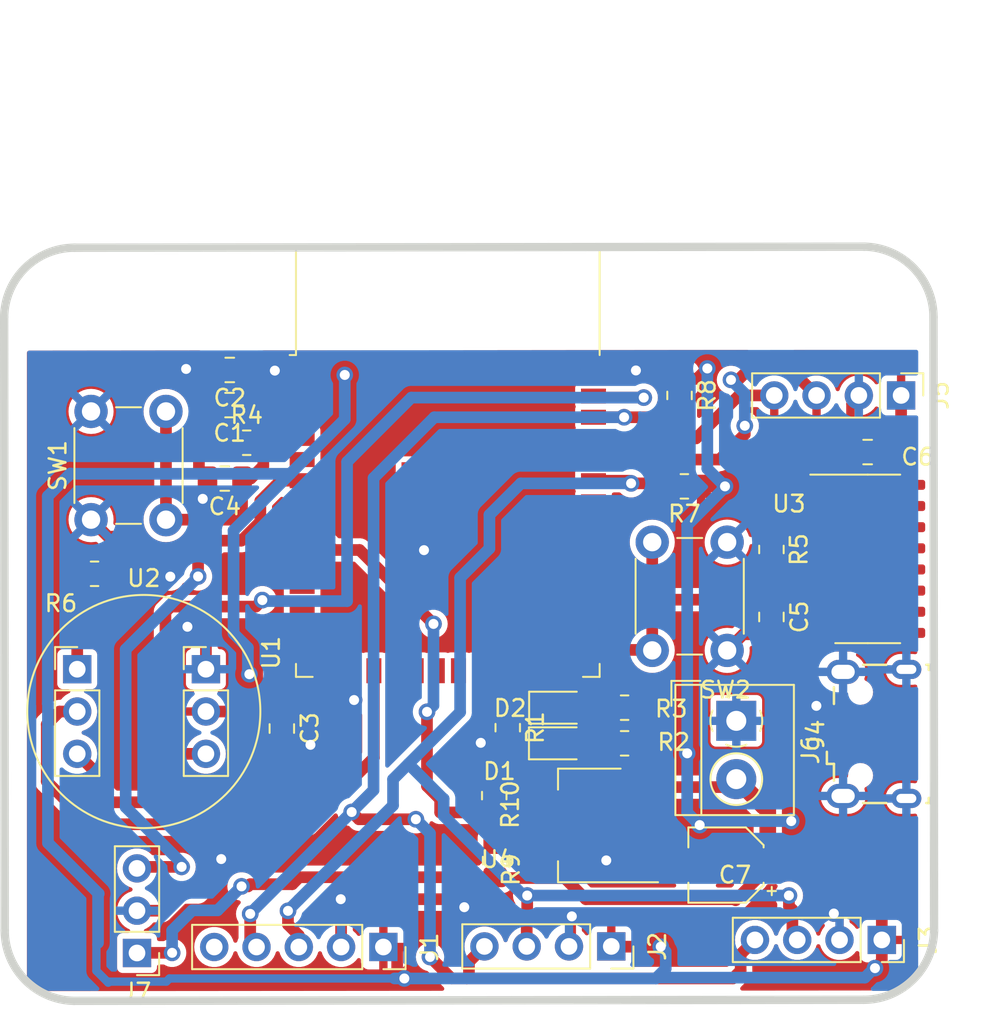
<source format=kicad_pcb>
(kicad_pcb (version 20221018) (generator pcbnew)
  (title_block (title "Smarthome Monitoring Multimodule Prototype") (date "2023-04-01") (rev "0"))
  (layers (0 "F.Cu" signal) (31 "B.Cu" signal) (34 "B.Paste" user) (35 "F.Paste" user) (36 "B.SilkS" user "B.Silkscreen") (37 "F.SilkS" user "F.Silkscreen") (38 "B.Mask" user) (39 "F.Mask" user) (44 "Edge.Cuts" user))
  (net 0 "")
  (net 1 "VDD")
  (net 2 "GND")
  (net 3 "RST")
  (net 4 "PROG")
  (net 5 "VCC")
  (net 6 "Net-(D1-A)")
  (net 7 "LED")
  (net 8 "Net-(D2-A)")
  (net 9 "I2C_SDA")
  (net 10 "I2C_SCL")
  (net 12 "Net-(J4-D-)")
  (net 13 "Net-(J4-D+)")
  (net 15 "RX0")
  (net 16 "TX0")
  (net 17 "CO2")
  (net 18 "Net-(U1-IO15)")
  (net 19 "Net-(U2-LRC)")
  (net 20 "VBAT")
  (net 28 "MIC_SCK")
  (net 30 "MIC_WS")
  (net 44 "MIC_DATA")
  (footprint "Capacitor_SMD:C_0805_2012Metric_Pad1.18x1.45mm_HandSolder" (layer "F.Cu") (at 168.59 98.61)
    (fp_text reference "C6")
    (fp_text value "100nF")
  )
  (footprint "Capacitor_SMD:C_0805_2012Metric_Pad1.18x1.45mm_HandSolder" (layer "F.Cu") (at 133.4 115.2125 -90)
    (fp_text reference "C3")
    (fp_text value "100nF")
  )
  (footprint "Connector_USB:USB_Micro-B_Wuerth_629105150521" (layer "F.Cu") (at 168.965 115.535 90)
    (fp_text reference "J4")
    (fp_text value "USB_B_Micro")
  )
  (footprint "Package_SO:SOIC-16_3.9x9.9mm_P1.27mm" (layer "F.Cu") (at 168.595 105.025)
    (fp_text reference "U3")
    (fp_text value "CH340C")
  )
  (footprint "LED_SMD:LED_0805_2012Metric_Pad1.15x1.40mm_HandSolder" (layer "F.Cu") (at 150.115 113.96)
    (fp_text reference "D2")
    (fp_text value "LED")
  )
  (footprint "INMP441:INMP441" (layer "F.Cu") (at 125.11 114.19)
    (fp_text reference "U2")
    (fp_text value "INMP441")
  )
  (footprint "Capacitor_SMD:C_0805_2012Metric_Pad1.18x1.45mm_HandSolder" (layer "F.Cu") (at 162.81 108.5125 -90)
    (fp_text reference "C5")
    (fp_text value "100nF")
  )
  (footprint "Connector_PinSocket_2.54mm:PinSocket_1x05_P2.54mm_Vertical" (layer "F.Cu") (at 139.5 128.33 -90)
    (fp_text reference "J1")
    (fp_text value "Lux")
  )
  (footprint "Capacitor_SMD:CP_Elec_4x5.8" (layer "F.Cu") (at 160.08 123.41 180)
    (fp_text reference "C7")
    (fp_text value "100uF")
  )
  (footprint "Resistor_SMD:R_0805_2012Metric_Pad1.20x1.40mm_HandSolder" (layer "F.Cu") (at 153.99 113.96 180)
    (fp_text reference "R3")
    (fp_text value "220")
  )
  (footprint "Resistor_SMD:R_0805_2012Metric_Pad1.20x1.40mm_HandSolder" (layer "F.Cu") (at 131.29 98.05)
    (fp_text reference "R4")
    (fp_text value "R")
  )
  (footprint "LED_SMD:LED_0805_2012Metric_Pad1.15x1.40mm_HandSolder" (layer "F.Cu") (at 150.105 116.1)
    (fp_text reference "D1")
    (fp_text value "LED")
  )
  (footprint "Connector_PinSocket_2.54mm:PinSocket_1x04_P2.54mm_Vertical" (layer "F.Cu") (at 153.19 128.295 -90)
    (fp_text reference "J2")
    (fp_text value "Temp/Hump")
  )
  (footprint "Resistor_SMD:R_0805_2012Metric_Pad1.20x1.40mm_HandSolder" (layer "F.Cu") (at 146.97 115.16 -90)
    (fp_text reference "R1")
    (fp_text value "0")
  )
  (footprint "Resistor_SMD:R_0805_2012Metric_Pad1.20x1.40mm_HandSolder" (layer "F.Cu") (at 157.29 95.21 -90)
    (fp_text reference "R8")
    (fp_text value "10K")
  )
  (footprint "Capacitor_SMD:C_0805_2012Metric_Pad1.18x1.45mm_HandSolder" (layer "F.Cu") (at 130.2725 93.68 180)
    (fp_text reference "C2")
    (fp_text value "100nF")
  )
  (footprint "Connector_PinHeader_2.54mm:PinHeader_1x04_P2.54mm_Vertical" (layer "F.Cu") (at 170.6 95.21 -90)
    (fp_text reference "J5")
    (fp_text value "UART")
  )
  (footprint "Capacitor_SMD:C_0805_2012Metric_Pad1.18x1.45mm_HandSolder" (layer "F.Cu") (at 129.9725 100.2 180)
    (fp_text reference "C4")
    (fp_text value "100nF")
  )
  (footprint "Package_TO_SOT_SMD:SOT-223-3_TabPin2" (layer "F.Cu") (at 151.9 121.03 180)
    (fp_text reference "U4")
    (fp_text value "AMS1117-3.3")
  )
  (footprint "Connector_PinSocket_2.54mm:PinSocket_1x04_P2.54mm_Vertical" (layer "F.Cu") (at 169.44 127.905 -90)
    (fp_text reference "J3")
    (fp_text value "LCDA")
  )
  (footprint "Button_Switch_THT:SW_PUSH_6mm" (layer "F.Cu") (at 121.94 102.67 90)
    (fp_text reference "SW1")
    (fp_text value "SW_Push")
  )
  (footprint "Resistor_SMD:R_0805_2012Metric_Pad1.20x1.40mm_HandSolder" (layer "F.Cu") (at 122.15 105.92)
    (fp_text reference "R6")
    (fp_text value "0")
  )
  (footprint "Capacitor_SMD:C_0805_2012Metric_Pad1.18x1.45mm_HandSolder" (layer "F.Cu") (at 130.2625 95.79 180)
    (fp_text reference "C1")
    (fp_text value "1uF")
  )
  (footprint "Button_Switch_THT:SW_PUSH_6mm" (layer "F.Cu") (at 160.15 104.02 -90)
    (fp_text reference "SW2")
    (fp_text value "SW_Push")
  )
  (footprint "Resistor_SMD:R_0805_2012Metric_Pad1.20x1.40mm_HandSolder" (layer "F.Cu") (at 162.81 104.46 -90)
    (fp_text reference "R5")
    (fp_text value "R")
  )
  (footprint "Resistor_SMD:R_0805_2012Metric_Pad1.20x1.40mm_HandSolder" (layer "F.Cu") (at 146.21 123.14 90)
    (fp_text reference "R9")
    (fp_text value "330")
  )
  (footprint "Connector_PinHeader_2.54mm:PinHeader_1x03_P2.54mm_Vertical" (layer "F.Cu") (at 124.7 128.69 180)
    (fp_text reference "J7")
    (fp_text value "CO2")
  )
  (footprint "RF_Module:ESP32-WROOM-32" (layer "F.Cu") (at 143.37 102.23)
    (fp_text reference "U1")
    (fp_text value "ESP32-WROOM-32")
  )
  (footprint "Resistor_SMD:R_0805_2012Metric_Pad1.20x1.40mm_HandSolder" (layer "F.Cu") (at 157.58 100.67 180)
    (fp_text reference "R7")
    (fp_text value "10K")
  )
  (footprint "Resistor_SMD:R_0805_2012Metric_Pad1.20x1.40mm_HandSolder" (layer "F.Cu") (at 146.16 119.24 90)
    (fp_text reference "R10")
    (fp_text value "100")
  )
  (footprint "TerminalBlock_4Ucon:TerminalBlock_4Ucon_1x02_P3.50mm_Horizontal" (layer "F.Cu") (at 160.7 114.75 -90)
    (fp_text reference "J6")
    (fp_text value "BATT")
  )
  (footprint "Resistor_SMD:R_0805_2012Metric_Pad1.20x1.40mm_HandSolder" (layer "F.Cu") (at 153.99 116.1 180)
    (fp_text reference "R2")
    (fp_text value "220")
  )
  (gr_arc (start 172.579421 127.33999) (mid 171.316213 130.285705) (end 168.35 131.5) (stroke (width 0.5)) (layer "Edge.Cuts"))
  (gr_arc (start 168.384285 86.276792) (mid 171.33 87.54) (end 172.544295 90.506213) (stroke (width 0.5)) (layer "Edge.Cuts"))
  (gr_line (start 116.755705 127.333787) (end 116.720579 90.50001) (stroke (width 0.5)) (layer "Edge.Cuts"))
  (gr_arc (start 120.915715 131.563208) (mid 117.97 130.3) (end 116.755705 127.333787) (stroke (width 0.5)) (layer "Edge.Cuts"))
  (gr_arc (start 116.720579 90.50001) (mid 117.983787 87.554295) (end 120.95 86.34) (stroke (width 0.5)) (layer "Edge.Cuts"))
  (gr_line (start 172.579421 127.33999) (end 172.544295 90.506213) (stroke (width 0.5)) (layer "Edge.Cuts"))
  (gr_line (start 168.384285 86.276792) (end 120.95 86.34) (stroke (width 0.5)) (layer "Edge.Cuts"))
  (gr_line (start 120.915715 131.563208) (end 168.35 131.5) (stroke (width 0.5)) (layer "Edge.Cuts"))
  (segment (start 131.3 95.99) (end 130.29 97) (width 0.7) (layer "F.Cu") (net 1))
  (segment (start 131.31 95.78) (end 131.3 95.79) (width 0.7) (layer "F.Cu") (net 1))
  (segment (start 157.15 116.1) (end 157.75 116.7) (width 0.7) (layer "F.Cu") (net 1))
  (segment (start 167.9 104.39) (end 168.93 103.36) (width 0.5) (layer "F.Cu") (net 1))
  (segment (start 135.91 95.25) (end 137.18 93.98) (width 0.7) (layer "F.Cu") (net 1))
  (segment (start 140.33 129.79) (end 140.76 130.22) (width 0.7) (layer "F.Cu") (net 1))
  (segment (start 162.81 102.86) (end 162.81 103.46) (width 0.7) (layer "F.Cu") (net 1))
  (segment (start 158.34 94.21) (end 158.96 93.59) (width 0.7) (layer "F.Cu") (net 1))
  (segment (start 164.77 104.39) (end 164.31 103.93) (width 0.5) (layer "F.Cu") (net 1))
  (segment (start 153.205 128.31) (end 153.19 128.295) (width 0.7) (layer "F.Cu") (net 1))
  (segment (start 164.31 103.57) (end 162.92 103.57) (width 0.5) (layer "F.Cu") (net 1))
  (segment (start 131.3 95.79) (end 131.3 95.99) (width 0.7) (layer "F.Cu") (net 1))
  (segment (start 166.12 104.39) (end 167.9 104.39) (width 0.5) (layer "F.Cu") (net 1))
  (segment (start 130.29 97) (end 130.29 98.05) (width 0.7) (layer "F.Cu") (net 1))
  (segment (start 134.62 95.25) (end 131.84 95.25) (width 0.7) (layer "F.Cu") (net 1))
  (segment (start 165.04 121.56) (end 164.25 120.77) (width 0.7) (layer "F.Cu") (net 1))
  (segment (start 154.99 113.96) (end 154.99 116.1) (width 0.7) (layer "F.Cu") (net 1))
  (segment (start 131.27 114.19) (end 133.385 114.19) (width 0.7) (layer "F.Cu") (net 1))
  (segment (start 131.45 111.95) (end 131.45 114.01) (width 0.7) (layer "F.Cu") (net 1))
  (segment (start 160.62 100.67) (end 162.81 102.86) (width 0.7) (layer "F.Cu") (net 1))
  (segment (start 140.06 128.33) (end 140.33 128.6) (width 0.7) (layer "F.Cu") (net 1))
  (segment (start 133.385 114.19) (end 133.4 114.175) (width 0.7) (layer "F.Cu") (net 1))
  (segment (start 170.6 95.21) (end 170.6 97.6375) (width 0.7) (layer "F.Cu") (net 1))
  (segment (start 155.07 121.01) (end 155.05 121.03) (width 0.7) (layer "F.Cu") (net 1))
  (segment (start 140.33 128.6) (end 140.33 129.79) (width 0.7) (layer "F.Cu") (net 1))
  (segment (start 160.02 100.67) (end 160.62 100.67) (width 0.7) (layer "F.Cu") (net 1))
  (segment (start 162.92 103.57) (end 162.81 103.46) (width 0.5) (layer "F.Cu") (net 1))
  (segment (start 164.25 120.77) (end 164 120.77) (width 0.7) (layer "F.Cu") (net 1))
  (segment (start 128.84 114.19) (end 131.27 114.19) (width 0.7) (layer "F.Cu") (net 1))
  (segment (start 166.12 104.39) (end 164.77 104.39) (width 0.5) (layer "F.Cu") (net 1))
  (segment (start 169.44 125.96) (end 165.04 121.56) (width 0.7) (layer "F.Cu") (net 1))
  (segment (start 168.93 103.36) (end 168.93 100.47) (width 0.5) (layer "F.Cu") (net 1))
  (segment (start 168.93 99.3075) (end 169.6275 98.61) (width 0.5) (layer "F.Cu") (net 1))
  (segment (start 158.58 100.67) (end 160.02 100.67) (width 0.7) (layer "F.Cu") (net 1))
  (segment (start 169.04 100.58) (end 168.93 100.47) (width 0.5) (layer "F.Cu") (net 1))
  (segment (start 131.31 93.68) (end 131.31 95.78) (width 0.7) (layer "F.Cu") (net 1))
  (segment (start 156.16 128.31) (end 153.205 128.31) (width 0.7) (layer "F.Cu") (net 1))
  (segment (start 171.07 100.58) (end 169.04 100.58) (width 0.5) (layer "F.Cu") (net 1))
  (segment (start 169.44 129.19) (end 169.03 129.6) (width 0.7) (layer "F.Cu") (net 1))
  (segment (start 154.99 116.1) (end 157.15 116.1) (width 0.7) (layer "F.Cu") (net 1))
  (segment (start 168.93 100.47) (end 168.93 99.3075) (width 0.5) (layer "F.Cu") (net 1))
  (segment (start 164.31 103.93) (end 164.31 103.57) (width 0.5) (layer "F.Cu") (net 1))
  (segment (start 131.45 114.01) (end 131.27 114.19) (width 0.7) (layer "F.Cu") (net 1))
  (segment (start 134.62 95.25) (end 135.91 95.25) (width 0.7) (layer "F.Cu") (net 1))
  (segment (start 158.5 121.01) (end 155.07 121.01) (width 0.7) (layer "F.Cu") (net 1))
  (segment (start 169.44 127.905) (end 169.44 125.96) (width 0.7) (layer "F.Cu") (net 1))
  (segment (start 170.6 97.6375) (end 169.6275 98.61) (width 0.7) (layer "F.Cu") (net 1))
  (segment (start 169.44 127.905) (end 169.44 129.19) (width 0.7) (layer "F.Cu") (net 1))
  (segment (start 139.5 128.33) (end 140.06 128.33) (width 0.7) (layer "F.Cu") (net 1))
  (segment (start 157.29 94.21) (end 158.34 94.21) (width 0.7) (layer "F.Cu") (net 1))
  (segment (start 155.05 121.03) (end 148.75 121.03) (width 0.7) (layer "F.Cu") (net 1))
  (segment (start 131.84 95.25) (end 131.3 95.79) (width 0.7) (layer "F.Cu") (net 1))
  (via (at 157.75 116.7) (size 1) (drill 0.6) (layers "F.Cu" "B.Cu") (net 1))
  (via (at 137.18 93.98) (size 1) (drill 0.6) (layers "F.Cu" "B.Cu") (net 1))
  (via (at 160.02 100.67) (size 1) (drill 0.6) (layers "F.Cu" "B.Cu") (net 1))
  (via (at 158.96 93.59) (size 1) (drill 0.6) (layers "F.Cu" "B.Cu") (net 1))
  (via (at 140.76 130.22) (size 1) (drill 0.6) (layers "F.Cu" "B.Cu") (net 1))
  (via (at 158.5 121.01) (size 1) (drill 0.6) (layers "F.Cu" "B.Cu") (net 1))
  (via (at 164 120.77) (size 1) (drill 0.6) (layers "F.Cu" "B.Cu") (net 1))
  (via (at 131.45 111.95) (size 1) (drill 0.6) (layers "F.Cu" "B.Cu") (net 1))
  (via (at 156.16 128.31) (size 1) (drill 0.6) (layers "F.Cu" "B.Cu") (net 1))
  (via (at 169.03 129.6) (size 1) (drill 0.6) (layers "F.Cu" "B.Cu") (net 1))
  (segment (start 155.87 130.22) (end 156.46 129.63) (width 0.7) (layer "B.Cu") (net 1))
  (segment (start 158.96 99.61) (end 160.02 100.67) (width 0.7) (layer "B.Cu") (net 1))
  (segment (start 132.25 101.57) (end 130.5 103.32) (width 0.7) (layer "B.Cu") (net 1))
  (segment (start 168.99 129.6) (end 168.42 130.17) (width 0.7) (layer "B.Cu") (net 1))
  (segment (start 157.75 116.7) (end 157.75 103) (width 0.7) (layer "B.Cu") (net 1))
  (segment (start 158.74 120.77) (end 158.5 121.01) (width 0.7) (layer "B.Cu") (net 1))
  (segment (start 164 120.77) (end 158.74 120.77) (width 0.7) (layer "B.Cu") (net 1))
  (segment (start 122.26 128.18) (end 122.36 128.08) (width 0.5) (layer "B.Cu") (net 1))
  (segment (start 130.5 103.32) (end 130.5 109.23) (width 0.7) (layer "B.Cu") (net 1))
  (segment (start 119.35 113.73) (end 119.34 113.72) (width 0.7) (layer "B.Cu") (net 1))
  (segment (start 122.26 129.76) (end 122.26 129.18) (width 0.5) (layer "B.Cu") (net 1))
  (segment (start 155.92 130.17) (end 155.87 130.22) (width 0.7) (layer "B.Cu") (net 1))
  (segment (start 168.42 130.17) (end 155.92 130.17) (width 0.7) (layer "B.Cu") (net 1))
  (segment (start 158.96 93.59) (end 158.96 99.61) (width 0.7) (layer "B.Cu") (net 1))
  (segment (start 140.17 130.22) (end 140.76 130.22) (width 0.7) (layer "B.Cu") (net 1))
  (segment (start 120.7 99.9) (end 120.715 99.915) (width 0.7) (layer "B.Cu") (net 1))
  (segment (start 130.5 109.5) (end 131.36 110.36) (width 0.7) (layer "B.Cu") (net 1))
  (segment (start 156.46 129.63) (end 156.46 128.61) (width 0.7) (layer "B.Cu") (net 1))
  (segment (start 122.36 128.08) (end 122.36 125.17) (width 0.7) (layer "B.Cu") (net 1))
  (segment (start 131.36 110.36) (end 131.36 111.86) (width 0.7) (layer "B.Cu") (net 1))
  (segment (start 119.35 122.08) (end 119.35 113.73) (width 0.7) (layer "B.Cu") (net 1))
  (segment (start 157.75 103) (end 160.02 100.73) (width 0.7) (layer "B.Cu") (net 1))
  (segment (start 126.65 130.22) (end 126.46 130.41) (width 0.5) (layer "B.Cu") (net 1))
  (segment (start 126.46 130.41) (end 123.03 130.41) (width 0.5) (layer "B.Cu") (net 1))
  (segment (start 119.34 113.72) (end 119.34 101.26) (width 0.7) (layer "B.Cu") (net 1))
  (segment (start 133.905 99.915) (end 132.25 101.57) (width 0.7) (layer "B.Cu") (net 1))
  (segment (start 140.76 130.22) (end 155.87 130.22) (width 0.7) (layer "B.Cu") (net 1))
  (segment (start 120.715 99.915) (end 133.905 99.915) (width 0.7) (layer "B.Cu") (net 1))
  (segment (start 137.18 93.98) (end 137.18 96.64) (width 0.7) (layer "B.Cu") (net 1))
  (segment (start 157.75 116.7) (end 157.75 120.26) (width 0.7) (layer "B.Cu") (net 1))
  (segment (start 140.17 130.22) (end 126.65 130.22) (width 0.5) (layer "B.Cu") (net 1))
  (segment (start 123.03 130.41) (end 122.97 130.47) (width 0.5) (layer "B.Cu") (net 1))
  (segment (start 131.36 111.86) (end 131.45 111.95) (width 0.7) (layer "B.Cu") (net 1))
  (segment (start 130.5 109.23) (end 130.5 109.5) (width 0.7) (layer "B.Cu") (net 1))
  (segment (start 160.02 100.73) (end 160.02 100.67) (width 0.7) (layer "B.Cu") (net 1))
  (segment (start 157.75 120.26) (end 158.5 121.01) (width 0.7) (layer "B.Cu") (net 1))
  (segment (start 122.26 129.18) (end 122.26 128.18) (width 0.5) (layer "B.Cu") (net 1))
  (segment (start 156.46 128.61) (end 156.16 128.31) (width 0.7) (layer "B.Cu") (net 1))
  (segment (start 137.18 96.64) (end 133.905 99.915) (width 0.7) (layer "B.Cu") (net 1))
  (segment (start 122.97 130.47) (end 122.26 129.76) (width 0.5) (layer "B.Cu") (net 1))
  (segment (start 122.4 125.13) (end 119.35 122.08) (width 0.7) (layer "B.Cu") (net 1))
  (segment (start 119.34 101.26) (end 120.7 99.9) (width 0.7) (layer "B.Cu") (net 1))
  (segment (start 169.03 129.6) (end 168.99 129.6) (width 0.7) (layer "B.Cu") (net 1))
  (segment (start 122.36 125.17) (end 122.4 125.13) (width 0.7) (layer "B.Cu") (net 1))
  (segment (start 123.15 105.92) (end 126.53 105.92) (width 0.7) (layer "F.Cu") (net 2))
  (segment (start 143.88 125.46) (end 144.36 125.94) (width 0.7) (layer "F.Cu") (net 2))
  (segment (start 128.86 95.79) (end 128.42 96.23) (width 0.7) (layer "F.Cu") (net 2))
  (segment (start 129.235 93.68) (end 129.235 95.78) (width 0.7) (layer "F.Cu") (net 2))
  (segment (start 128.84 111.65) (end 128.84 110.21) (width 0.7) (layer "F.Cu") (net 2))
  (segment (start 137.66 111.74) (end 137.66 113.42) (width 0.7) (layer "F.Cu") (net 2))
  (segment (start 122.96 103.69) (end 123.23 103.69) (width 0.7) (layer "F.Cu") (net 2))
  (segment (start 127.3 125.03) (end 128.34 125.03) (width 0.7) (layer "F.Cu") (net 2))
  (segment (start 136.96 125.48) (end 136.94 125.46) (width 0.7) (layer "F.Cu") (net 2))
  (segment (start 123.23 105.84) (end 123.15 105.92) (width 0.7) (layer "F.Cu") (net 2))
  (segment (start 128.42 99.685) (end 128.935 100.2) (width 0.7) (layer "F.Cu") (net 2))
  (segment (start 167.065 114.235) (end 165.895 114.235) (width 0.3) (layer "F.Cu") (net 2))
  (segment (start 133.4 116.25) (end 135.06 116.25) (width 0.7) (layer "F.Cu") (net 2))
  (segment (start 158.28 123.41) (end 155.13 123.41) (width 0.7) (layer "F.Cu") (net 2))
  (segment (start 167.2 100.58) (end 166.12 100.58) (width 0.5) (layer "F.Cu") (net 2))
  (segment (start 128.34 125.03) (end 129.24 124.13) (width 0.7) (layer "F.Cu") (net 2))
  (segment (start 155.13 123.41) (end 155.05 123.33) (width 0.7) (layer "F.Cu") (net 2))
  (segment (start 137.66 113.42) (end 137.74 113.5) (width 0.7) (layer "F.Cu") (net 2))
  (segment (start 126.53 105.92) (end 126.7 106.09) (width 0.7) (layer "F.Cu") (net 2))
  (segment (start 145.44 116.16) (end 145.35 116.07) (width 0.7) (layer "F.Cu") (net 2))
  (segment (start 165.895 114.235) (end 165.51 113.85) (width 0.3) (layer "F.Cu") (net 2))
  (segment (start 141.165 103.725) (end 141.94 104.5) (width 1.5) (layer "F.Cu") (net 2))
  (segment (start 147.03 116.1) (end 146.97 116.16) (width 0.7) (layer "F.Cu") (net 2))
  (segment (start 123.23 103.69) (end 123.23 105.84) (width 0.7) (layer "F.Cu") (net 2))
  (segment (start 167.5525 95.7175) (end 168.06 95.21) (width 0.5) (layer "F.Cu") (net 2))
  (segment (start 136.94 125.46) (end 143.88 125.46) (width 0.7) (layer "F.Cu") (net 2))
  (segment (start 128.84 110.21) (end 127.73 109.1) (width 0.7) (layer "F.Cu") (net 2))
  (segment (start 146.16 118.24) (end 146.16 116.97) (width 0.7) (layer "F.Cu") (net 2))
  (segment (start 129.24 123.57) (end 129.76 123.05) (width 0.7) (layer "F.Cu") (net 2))
  (segment (start 135.06 116.25) (end 135.12 116.19) (width 0.7) (layer "F.Cu") (net 2))
  (segment (start 127.71 93.68) (end 127.65 93.62) (width 0.7) (layer "F.Cu") (net 2))
  (segment (start 146.97 116.16) (end 145.44 116.16) (width 0.7) (layer "F.Cu") (net 2))
  (segment (start 150.82 128.125) (end 150.65 128.295) (width 0.5) (layer "F.Cu") (net 2))
  (segment (start 129.24 124.13) (end 129.24 123.57) (width 0.7) (layer "F.Cu") (net 2))
  (segment (start 133.24 93.98) (end 132.98 93.72) (width 0.7) (layer "F.Cu") (net 2))
  (segment (start 146.16 116.97) (end 146.97 116.16) (width 0.7) (layer "F.Cu") (net 2))
  (segment (start 162.81 109.55) (end 161.12 109.55) (width 0.7) (layer "F.Cu") (net 2))
  (segment (start 166.9 127.905) (end 166.9 126.66) (width 0.5) (layer "F.Cu") (net 2))
  (segment (start 129.235 93.68) (end 127.71 93.68) (width 0.7) (layer "F.Cu") (net 2))
  (segment (start 153.09 123.33) (end 152.89 123.13) (width 0.7) (layer "F.Cu") (net 2))
  (segment (start 129.225 95.79) (end 128.86 95.79) (width 0.7) (layer "F.Cu") (net 2))
  (segment (start 121.94 102.67) (end 122.96 103.69) (width 0.7) (layer "F.Cu") (net 2))
  (segment (start 167.5525 98.61) (end 167.5525 95.7175) (width 0.5) (layer "F.Cu") (net 2))
  (segment (start 167.5525 100.2275) (end 167.2 100.58) (width 0.5) (layer "F.Cu") (net 2))
  (segment (start 155.05 123.33) (end 153.09 123.33) (width 0.7) (layer "F.Cu") (net 2))
  (segment (start 154.4 93.98) (end 154.67 93.71) (width 0.7) (layer "F.Cu") (net 2))
  (segment (start 126.18 126.15) (end 127.3 125.03) (width 0.7) (layer "F.Cu") (net 2))
  (segment (start 150.82 126.49) (end 150.82 128.125) (width 0.5) (layer "F.Cu") (net 2))
  (segment (start 129.235 95.78) (end 129.225 95.79) (width 0.7) (layer "F.Cu") (net 2))
  (segment (start 128.42 96.23) (end 128.42 99.685) (width 0.7) (layer "F.Cu") (net 2))
  (segment (start 166.9 126.66) (end 166.56 126.32) (width 0.5) (layer "F.Cu") (net 2))
  (segment (start 136.96 128.33) (end 136.96 125.48) (width 0.7) (layer "F.Cu") (net 2))
  (segment (start 128.935 101.135) (end 128.65 101.42) (width 0.7) (layer "F.Cu") (net 2))
  (segment (start 141.165 102.845) (end 141.165 103.725) (width 1.5) (layer "F.Cu") (net 2))
  (segment (start 128.935 100.2) (end 128.935 101.135) (width 0.7) (layer "F.Cu") (net 2))
  (segment (start 161.12 109.55) (end 160.15 110.52) (width 0.7) (layer "F.Cu") (net 2))
  (segment (start 167.5525 98.61) (end 167.5525 100.2275) (width 0.5) (layer "F.Cu") (net 2))
  (segment (start 149.08 116.1) (end 147.03 116.1) (width 0.7) (layer "F.Cu") (net 2))
  (segment (start 152.12 93.98) (end 154.4 93.98) (width 0.7) (layer "F.Cu") (net 2))
  (segment (start 134.62 93.98) (end 133.24 93.98) (width 0.7) (layer "F.Cu") (net 2))
  (segment (start 124.7 126.15) (end 126.18 126.15) (width 0.7) (layer "F.Cu") (net 2))
  (via (at 154.67 93.71) (size 1) (drill 0.6) (layers "F.Cu" "B.Cu") (net 2))
  (via (at 165.51 113.85) (size 1) (drill 0.6) (layers "F.Cu" "B.Cu") (net 2))
  (via (at 144.36 125.94) (size 1) (drill 0.6) (layers "F.Cu" "B.Cu") (net 2))
  (via (at 129.76 123.05) (size 1) (drill 0.6) (layers "F.Cu" "B.Cu") (net 2))
  (via (at 127.73 109.1) (size 1) (drill 0.6) (layers "F.Cu" "B.Cu") (net 2))
  (via (at 132.98 93.72) (size 1) (drill 0.6) (layers "F.Cu" "B.Cu") (net 2))
  (via (at 150.82 126.49) (size 1) (drill 0.6) (layers "F.Cu" "B.Cu") (net 2))
  (via (at 128.65 101.42) (size 1) (drill 0.6) (layers "F.Cu" "B.Cu") (net 2))
  (via (at 127.65 93.62) (size 1) (drill 0.6) (layers "F.Cu" "B.Cu") (net 2))
  (via (at 141.94 104.5) (size 1) (drill 0.6) (layers "F.Cu" "B.Cu") (net 2))
  (via (at 136.94 125.46) (size 1) (drill 0.6) (layers "F.Cu" "B.Cu") (net 2))
  (via (at 135.12 116.19) (size 1) (drill 0.6) (layers "F.Cu" "B.Cu") (net 2))
  (via (at 166.56 126.32) (size 1) (drill 0.6) (layers "F.Cu" "B.Cu") (net 2))
  (via (at 137.74 113.5) (size 1) (drill 0.6) (layers "F.Cu" "B.Cu") (net 2))
  (via (at 145.35 116.07) (size 1) (drill 0.6) (layers "F.Cu" "B.Cu") (net 2))
  (via (at 126.7 106.09) (size 1) (drill 0.6) (layers "F.Cu" "B.Cu") (net 2))
  (via (at 152.89 123.13) (size 1) (drill 0.6) (layers "F.Cu" "B.Cu") (net 2))
  (segment (start 150.99 126.32) (end 150.82 126.49) (width 0.5) (layer "B.Cu") (net 2))
  (segment (start 166.56 126.32) (end 150.99 126.32) (width 0.5) (layer "B.Cu") (net 2))
  (segment (start 131.53 100.2) (end 132.29 99.44) (width 0.7) (layer "F.Cu") (net 3))
  (segment (start 132.37 97) (end 132.37 97.97) (width 0.7) (layer "F.Cu") (net 3))
  (segment (start 130.67 102.67) (end 131.01 102.33) (width 0.7) (layer "F.Cu") (net 3))
  (segment (start 126.44 102.67) (end 130.67 102.67) (width 0.7) (layer "F.Cu") (net 3))
  (segment (start 132.5 97) (end 132.37 97) (width 0.7) (layer "F.Cu") (net 3))
  (segment (start 131.01 102.33) (end 131.01 100.2) (width 0.7) (layer "F.Cu") (net 3))
  (segment (start 131.01 100.2) (end 131.53 100.2) (width 0.7) (layer "F.Cu") (net 3))
  (segment (start 132.29 99.44) (end 132.29 98.05) (width 0.7) (layer "F.Cu") (net 3))
  (segment (start 132.98 96.52) (end 132.5 97) (width 0.7) (layer "F.Cu") (net 3))
  (segment (start 126.44 96.17) (end 126.44 102.67) (width 0.7) (layer "F.Cu") (net 3))
  (segment (start 132.37 97.97) (end 132.29 98.05) (width 0.7) (layer "F.Cu") (net 3))
  (segment (start 134.62 96.52) (end 132.98 96.52) (width 0.7) (layer "F.Cu") (net 3))
  (segment (start 152.12 110.49) (end 155.62 110.49) (width 0.7) (layer "F.Cu") (net 4))
  (segment (start 162.81 107.475) (end 155.975 107.475) (width 0.7) (layer "F.Cu") (net 4))
  (segment (start 155.65 107.15) (end 155.65 110.52) (width 0.7) (layer "F.Cu") (net 4))
  (segment (start 162.81 105.46) (end 162.81 107.475) (width 0.7) (layer "F.Cu") (net 4))
  (segment (start 155.65 104.02) (end 155.65 107.15) (width 0.7) (layer "F.Cu") (net 4))
  (segment (start 155.62 110.49) (end 155.65 110.52) (width 0.7) (layer "F.Cu") (net 4))
  (segment (start 155.975 107.475) (end 155.65 107.15) (width 0.7) (layer "F.Cu") (net 4))
  (segment (start 160.7 118.25) (end 162.32 119.87) (width 1) (layer "F.Cu") (net 5))
  (segment (start 160.22 118.73) (end 160.7 118.25) (width 0.7) (layer "F.Cu") (net 5))
  (segment (start 146.21 124.14) (end 134.45 124.14) (width 0.7) (layer "F.Cu") (net 5))
  (segment (start 162.59 122.7) (end 161.88 123.41) (width 1) (layer "F.Cu") (net 5))
  (segment (start 124.71 128.68) (end 124.7 128.69) (width 0.7) (layer "F.Cu") (net 5))
  (segment (start 131.5 124.56) (end 131.37 124.69) (width 0.7) (layer "F.Cu") (net 5))
  (segment (start 161.88 124.3) (end 160.66 125.52) (width 0.7) (layer "F.Cu") (net 5))
  (segment (start 150.39 124.19) (end 146.26 124.19) (width 0.7) (layer "F.Cu") (net 5))
  (segment (start 134.03 124.56) (end 131.5 124.56) (width 0.7) (layer "F.Cu") (net 5))
  (segment (start 160.66 125.52) (end 160.6 125.46) (width 0.7) (layer "F.Cu") (net 5))
  (segment (start 126.81 128.68) (end 124.71 128.68) (width 0.7) (layer "F.Cu") (net 5))
  (segment (start 155.05 118.73) (end 160.22 118.73) (width 0.7) (layer "F.Cu") (net 5))
  (segment (start 151.66 125.46) (end 150.39 124.19) (width 0.7) (layer "F.Cu") (net 5))
  (segment (start 160.6 125.46) (end 151.66 125.46) (width 0.7) (layer "F.Cu") (net 5))
  (segment (start 131.37 124.69) (end 130.98 124.69) (width 0.7) (layer "F.Cu") (net 5))
  (segment (start 162.59 119.87) (end 162.59 122.7) (width 1) (layer "F.Cu") (net 5))
  (segment (start 146.26 124.19) (end 146.21 124.14) (width 0.7) (layer "F.Cu") (net 5))
  (segment (start 161.88 123.41) (end 161.88 124.3) (width 0.7) (layer "F.Cu") (net 5))
  (segment (start 134.45 124.14) (end 134.03 124.56) (width 0.7) (layer "F.Cu") (net 5))
  (segment (start 162.32 119.87) (end 162.59 119.87) (width 1) (layer "F.Cu") (net 5))
  (via (at 126.81 128.68) (size 1) (drill 0.6) (layers "F.Cu" "B.Cu") (net 5))
  (via (at 130.98 124.69) (size 1) (drill 0.6) (layers "F.Cu" "B.Cu") (net 5))
  (segment (start 126.81 127.34) (end 126.81 128.68) (width 0.7) (layer "B.Cu") (net 5))
  (segment (start 129.54 126.13) (end 128.02 126.13) (width 0.7) (layer "B.Cu") (net 5))
  (segment (start 130.98 124.69) (end 129.54 126.13) (width 0.7) (layer "B.Cu") (net 5))
  (segment (start 128.02 126.13) (end 126.81 127.34) (width 0.7) (layer "B.Cu") (net 5))
  (segment (start 151.13 116.1) (end 152.99 116.1) (width 0.7) (layer "F.Cu") (net 6))
  (segment (start 149.09 111.74) (end 149.09 113.96) (width 0.7) (layer "F.Cu") (net 7))
  (segment (start 151.14 113.96) (end 152.99 113.96) (width 0.7) (layer "F.Cu") (net 8))
  (segment (start 154.38 100.49) (end 156.4 100.49) (width 0.7) (layer "F.Cu") (net 9))
  (segment (start 154.22 100.33) (end 154.38 100.49) (width 0.7) (layer "F.Cu") (net 9))
  (segment (start 163.86 125.24) (end 163.86 125.88) (width 0.7) (layer "F.Cu") (net 9))
  (segment (start 133.77 126.16) (end 133.77 126.98) (width 0.7) (layer "F.Cu") (net 9))
  (segment (start 164.07 126.09) (end 164.07 127.615) (width 0.7) (layer "F.Cu") (net 9))
  (segment (start 163.86 125.88) (end 164.07 126.09) (width 0.7) (layer "F.Cu") (net 9))
  (segment (start 152.12 100.33) (end 154.22 100.33) (width 0.7) (layer "F.Cu") (net 9))
  (segment (start 134.42 127.63) (end 134.42 128.33) (width 0.7) (layer "F.Cu") (net 9))
  (segment (start 148.11 128.295) (end 148.11 126.31) (width 0.7) (layer "F.Cu") (net 9))
  (segment (start 164.07 127.615) (end 164.36 127.905) (width 0.7) (layer "F.Cu") (net 9))
  (segment (start 148.14 125.2395) (end 148.14 126.28) (width 0.7) (layer "F.Cu") (net 9))
  (segment (start 156.4 100.49) (end 156.58 100.67) (width 0.7) (layer "F.Cu") (net 9))
  (segment (start 133.77 126.98) (end 134.42 127.63) (width 0.7) (layer "F.Cu") (net 9))
  (via (at 154.38 100.49) (size 1) (drill 0.6) (layers "F.Cu" "B.Cu") (net 9))
  (via (at 133.77 126.16) (size 1) (drill 0.6) (layers "F.Cu" "B.Cu") (net 9))
  (via (at 148.14 125.2395) (size 1) (drill 0.6) (layers "F.Cu" "B.Cu") (net 9))
  (via (at 163.86 125.24) (size 1) (drill 0.6) (layers "F.Cu" "B.Cu") (net 9))
  (segment (start 154.38 100.49) (end 147.76 100.49) (width 0.7) (layer "B.Cu") (net 9))
  (segment (start 140.08 119.83) (end 134.42 125.49) (width 0.7) (layer "B.Cu") (net 9))
  (segment (start 145.87 104.4) (end 144.11 106.16) (width 0.7) (layer "B.Cu") (net 9))
  (segment (start 144.11 114.23) (end 141.005 117.335) (width 0.7) (layer "B.Cu") (net 9))
  (segment (start 143.12 119.43) (end 143.1 119.43) (width 0.7) (layer "B.Cu") (net 9))
  (segment (start 143.12 120.45) (end 143.12 119.43) (width 0.7) (layer "B.Cu") (net 9))
  (segment (start 145.87 102.38) (end 145.87 104.4) (width 0.7) (layer "B.Cu") (net 9))
  (segment (start 141.005 117.335) (end 140.08 118.26) (width 0.7) (layer "B.Cu") (net 9))
  (segment (start 148.14 125.2395) (end 163.8595 125.2395) (width 0.7) (layer "B.Cu") (net 9))
  (segment (start 134.42 125.49) (end 133.77 126.14) (width 0.7) (layer "B.Cu") (net 9))
  (segment (start 140.08 118.26) (end 140.08 119.83) (width 0.7) (layer "B.Cu") (net 9))
  (segment (start 143.1 119.43) (end 141.005 117.335) (width 0.7) (layer "B.Cu") (net 9))
  (segment (start 163.8595 125.2395) (end 163.86 125.24) (width 0.7) (layer "B.Cu") (net 9))
  (segment (start 144.11 106.16) (end 144.11 114.23) (width 0.7) (layer "B.Cu") (net 9))
  (segment (start 147.9095 125.2395) (end 143.12 120.45) (width 0.7) (layer "B.Cu") (net 9))
  (segment (start 133.77 126.14) (end 133.77 126.16) (width 0.7) (layer "B.Cu") (net 9))
  (segment (start 147.76 100.49) (end 145.87 102.38) (width 0.7) (layer "B.Cu") (net 9))
  (segment (start 148.14 125.2395) (end 147.9095 125.2395) (width 0.7) (layer "B.Cu") (net 9))
  (segment (start 160.96 129.75) (end 160.96 128.765) (width 0.7) (layer "F.Cu") (net 10))
  (segment (start 160.49 130.22) (end 160.96 129.75) (width 0.7) (layer "F.Cu") (net 10))
  (segment (start 144.51 130.22) (end 160.49 130.22) (width 0.7) (layer "F.Cu") (net 10))
  (segment (start 144.64 129.225) (end 145.57 128.295) (width 0.7) (layer "F.Cu") (net 10))
  (segment (start 144.51 130.22) (end 143.59 130.22) (width 0.7) (layer "F.Cu") (net 10))
  (segment (start 144.64 130.09) (end 144.64 129.225) (width 0.7) (layer "F.Cu") (net 10))
  (segment (start 138.03 120.66) (end 137.595 120.225) (width 0.7) (layer "F.Cu") (net 10))
  (segment (start 131.5 127.95) (end 131.88 128.33) (width 0.7) (layer "F.Cu") (net 10))
  (segment (start 160.96 128.765) (end 161.82 127.905) (width 0.7) (layer "F.Cu") (net 10))
  (segment (start 143.59 130.22) (end 142.3 128.93) (width 0.7) (layer "F.Cu") (net 10))
  (segment (start 156.98 96.52) (end 157.29 96.21) (width 0.7) (layer "F.Cu") (net 10))
  (segment (start 141.45 120.66) (end 138.03 120.66) (width 0.7) (layer "F.Cu") (net 10))
  (segment (start 131.5 126.34) (end 131.5 127.95) (width 0.7) (layer "F.Cu") (net 10))
  (segment (start 144.51 130.22) (end 144.64 130.09) (width 0.7) (layer "F.Cu") (net 10))
  (segment (start 153.96 96.52) (end 156.98 96.52) (width 0.7) (layer "F.Cu") (net 10))
  (segment (start 152.12 96.52) (end 153.96 96.52) (width 0.7) (layer "F.Cu") (net 10))
  (via (at 153.96 96.52) (size 1) (drill 0.6) (layers "F.Cu" "B.Cu") (net 10))
  (via (at 142.3 128.93) (size 1) (drill 0.6) (layers "F.Cu" "B.Cu") (net 10))
  (via (at 141.45 120.66) (size 1) (drill 0.6) (layers "F.Cu" "B.Cu") (net 10))
  (via (at 137.595 120.225) (size 1) (drill 0.6) (layers "F.Cu" "B.Cu") (net 10))
  (via (at 131.5 126.34) (size 1) (drill 0.6) (layers "F.Cu" "B.Cu") (net 10))
  (segment (start 138.91 118.91) (end 137.595 120.225) (width 0.7) (layer "B.Cu") (net 10))
  (segment (start 142.3 128.93) (end 142.3 121.51) (width 0.7) (layer "B.Cu") (net 10))
  (segment (start 142.56 96.52) (end 138.91 100.17) (width 0.7) (layer "B.Cu") (net 10))
  (segment (start 131.5 126.32) (end 131.5 126.34) (width 0.7) (layer "B.Cu") (net 10))
  (segment (start 137.595 120.225) (end 131.88 125.94) (width 0.7) (layer "B.Cu") (net 10))
  (segment (start 153.96 96.52) (end 142.56 96.52) (width 0.7) (layer "B.Cu") (net 10))
  (segment (start 138.91 100.17) (end 138.91 118.91) (width 0.7) (layer "B.Cu") (net 10))
  (segment (start 142.3 121.51) (end 141.45 120.66) (width 0.7) (layer "B.Cu") (net 10))
  (segment (start 131.88 125.94) (end 131.5 126.32) (width 0.7) (layer "B.Cu") (net 10))
  (segment (start 164.01 115.03) (end 164.01 110.42) (width 0.3) (layer "F.Cu") (net 12))
  (segment (start 167.065 116.185) (end 165.165 116.185) (width 0.3) (layer "F.Cu") (net 12))
  (segment (start 164.58 107.32) (end 164.97 106.93) (width 0.3) (layer "F.Cu") (net 12))
  (segment (start 164.01 110.42) (end 164.58 109.85) (width 0.3) (layer "F.Cu") (net 12))
  (segment (start 164.97 106.93) (end 166.12 106.93) (width 0.3) (layer "F.Cu") (net 12))
  (segment (start 164.58 109.85) (end 164.58 107.32) (width 0.3) (layer "F.Cu") (net 12))
  (segment (start 165.165 116.185) (end 164.01 115.03) (width 0.3) (layer "F.Cu") (net 12))
  (segment (start 165.53 110.44) (end 167.47 110.44) (width 0.3) (layer "F.Cu") (net 13))
  (segment (start 166.99 105.66) (end 166.12 105.66) (width 0.3) (layer "F.Cu") (net 13))
  (segment (start 167.7 106.11) (end 167.12 105.53) (width 0.3) (layer "F.Cu") (net 13))
  (segment (start 167.12 105.53) (end 166.99 105.66) (width 0.3) (layer "F.Cu") (net 13))
  (segment (start 164.59 111.38) (end 165.53 110.44) (width 0.3) (layer "F.Cu") (net 13))
  (segment (start 167.7 110.21) (end 167.7 106.11) (width 0.3) (layer "F.Cu") (net 13))
  (segment (start 164.59 114.77) (end 164.59 111.38) (width 0.3) (layer "F.Cu") (net 13))
  (segment (start 165.355 115.535) (end 164.59 114.77) (width 0.3) (layer "F.Cu") (net 13))
  (segment (start 167.065 115.535) (end 165.355 115.535) (width 0.3) (layer "F.Cu") (net 13))
  (segment (start 167.47 110.44) (end 167.7 110.21) (width 0.3) (layer "F.Cu") (net 13))
  (segment (start 160.813986 94.276014) (end 161.75 93.34) (width 0.7) (layer "F.Cu") (net 15))
  (segment (start 160.87 97.88) (end 161.21 97.54) (width 0.7) (layer "F.Cu") (net 15))
  (segment (start 161.75 93.34) (end 163.83 93.34) (width 0.7) (layer "F.Cu") (net 15))
  (segment (start 163.83 93.34) (end 163.89 93.4) (width 0.7) (layer "F.Cu") (net 15))
  (segment (start 165.12 98.28) (end 165.33 98.28) (width 0.5) (layer "F.Cu") (net 15))
  (segment (start 161.21 97.54) (end 161.21 97.03) (width 0.7) (layer "F.Cu") (net 15))
  (segment (start 163.89 93.4) (end 163.89 93.58) (width 0.7) (layer "F.Cu") (net 15))
  (segment (start 165.33 98.28) (end 165.52 98.09) (width 0.5) (layer "F.Cu") (net 15))
  (segment (start 166.12 101.85) (end 164.83 101.85) (width 0.5) (layer "F.Cu") (net 15))
  (segment (start 165.52 98.09) (end 165.52 95.21) (width 0.5) (layer "F.Cu") (net 15))
  (segment (start 159.69 99.06) (end 160.87 97.88) (width 0.7) (layer "F.Cu") (net 15))
  (segment (start 164.83 101.85) (end 164.2 101.22) (width 0.5) (layer "F.Cu") (net 15))
  (segment (start 152.12 99.06) (end 159.69 99.06) (width 0.7) (layer "F.Cu") (net 15))
  (segment (start 164.2 101.22) (end 164.18 101.22) (width 0.5) (layer "F.Cu") (net 15))
  (segment (start 164.18 99.22) (end 165.12 98.28) (width 0.5) (layer "F.Cu") (net 15))
  (segment (start 164.18 101.22) (end 164.18 99.22) (width 0.5) (layer "F.Cu") (net 15))
  (segment (start 163.89 93.58) (end 165.52 95.21) (width 0.7) (layer "F.Cu") (net 15))
  (segment (start 160.381332 94.276014) (end 160.813986 94.276014) (width 0.7) (layer "F.Cu") (net 15))
  (via (at 161.21 97.03) (size 1) (drill 0.6) (layers "F.Cu" "B.Cu") (net 15))
  (via (at 160.381332 94.276014) (size 1) (drill 0.6) (layers "F.Cu" "B.Cu") (net 15))
  (segment (start 161.21 95.104682) (end 160.381332 94.276014) (width 0.7) (layer "B.Cu") (net 15))
  (segment (start 161.21 97.03) (end 161.21 95.104682) (width 0.7) (layer "B.Cu") (net 15))
  (segment (start 164.43 102.52) (end 164.02 102.52) (width 0.5) (layer "F.Cu") (net 16))
  (segment (start 162.98 101.48) (end 162.98 95.21) (width 0.5) (layer "F.Cu") (net 16))
  (segment (start 160.86 95.21) (end 162.98 95.21) (width 0.7) (layer "F.Cu") (net 16))
  (segment (start 165.03 103.12) (end 164.43 102.52) (width 0.5) (layer "F.Cu") (net 16))
  (segment (start 158.28 97.79) (end 160.86 95.21) (width 0.7) (layer "F.Cu") (net 16))
  (segment (start 152.12 97.79) (end 158.28 97.79) (width 0.7) (layer "F.Cu") (net 16))
  (segment (start 166.12 103.12) (end 165.03 103.12) (width 0.5) (layer "F.Cu") (net 16))
  (segment (start 164.02 102.52) (end 162.98 101.48) (width 0.5) (layer "F.Cu") (net 16))
  (segment (start 130.77 103.93) (end 129.6 103.93) (width 0.7) (layer "F.Cu") (net 17))
  (segment (start 124.79 123.52) (end 124.7 123.61) (width 0.7) (layer "F.Cu") (net 17))
  (segment (start 130.97 103.93) (end 130.77 103.93) (width 0.7) (layer "F.Cu") (net 17))
  (segment (start 134.62 100.33) (end 133.32 100.33) (width 0.7) (layer "F.Cu") (net 17))
  (segment (start 129.29 104.24) (end 128.37 105.16) (width 0.7) (layer "F.Cu") (net 17))
  (segment (start 132.11 101.54) (end 132.11 102.79) (width 0.7) (layer "F.Cu") (net 17))
  (segment (start 132.46 101.19) (end 132.11 101.54) (width 0.7) (layer "F.Cu") (net 17))
  (segment (start 132.11 102.79) (end 130.97 103.93) (width 0.7) (layer "F.Cu") (net 17))
  (segment (start 128.37 105.16) (end 128.37 106.08) (width 0.7) (layer "F.Cu") (net 17))
  (segment (start 127.38 123.52) (end 124.79 123.52) (width 0.7) (layer "F.Cu") (net 17))
  (segment (start 133.32 100.33) (end 132.46 101.19) (width 0.7) (layer "F.Cu") (net 17))
  (segment (start 129.6 103.93) (end 129.29 104.24) (width 0.7) (layer "F.Cu") (net 17))
  (via (at 128.37 106.08) (size 1) (drill 0.6) (layers "F.Cu" "B.Cu") (net 17))
  (via (at 127.38 123.52) (size 1) (drill 0.6) (layers "F.Cu" "B.Cu") (net 17))
  (segment (start 124.02 119.93) (end 126.04 121.95) (width 0.7) (layer "B.Cu") (net 17))
  (segment (start 128.37 106.08) (end 128.37 106.11) (width 0.7) (layer "B.Cu") (net 17))
  (segment (start 128.37 106.11) (end 126.7 107.78) (width 0.7) (layer "B.Cu") (net 17))
  (segment (start 124.02 110.46) (end 124.02 119.87) (width 0.7) (layer "B.Cu") (net 17))
  (segment (start 127.38 123.29) (end 127.38 123.52) (width 0.7) (layer "B.Cu") (net 17))
  (segment (start 126.04 121.95) (end 127.38 123.29) (width 0.7) (layer "B.Cu") (net 17))
  (segment (start 124.02 119.87) (end 124.02 119.93) (width 0.7) (layer "B.Cu") (net 17))
  (segment (start 126.7 107.78) (end 124.02 110.46) (width 0.7) (layer "B.Cu") (net 17))
  (segment (start 147.82 112.75) (end 146.97 113.6) (width 0.7) (layer "F.Cu") (net 18))
  (segment (start 147.82 111.74) (end 147.82 112.75) (width 0.7) (layer "F.Cu") (net 18))
  (segment (start 146.97 113.6) (end 146.97 114.16) (width 0.7) (layer "F.Cu") (net 18))
  (segment (start 121.11 111.65) (end 121.11 105.96) (width 0.7) (layer "F.Cu") (net 19))
  (segment (start 121.11 105.96) (end 121.15 105.92) (width 0.7) (layer "F.Cu") (net 19))
  (segment (start 138.07 104.49) (end 142.51 108.93) (width 0.7) (layer "F.Cu") (net 20))
  (segment (start 146.15 120.25) (end 146.16 120.24) (width 0.7) (layer "F.Cu") (net 20))
  (segment (start 142.12 118.67) (end 142.91 119.46) (width 0.7) (layer "F.Cu") (net 20))
  (segment (start 142.91 119.46) (end 142.91 120.25) (width 0.7) (layer "F.Cu") (net 20))
  (segment (start 136.51 104.49) (end 138.07 104.49) (width 0.7) (layer "F.Cu") (net 20))
  (segment (start 134.62 104.14) (end 136.16 104.14) (width 0.7) (layer "F.Cu") (net 20))
  (segment (start 146.16 122.09) (end 146.21 122.14) (width 0.7) (layer "F.Cu") (net 20))
  (segment (start 136.16 104.14) (end 136.51 104.49) (width 0.7) (layer "F.Cu") (net 20))
  (segment (start 142.12 114.21) (end 142.12 118.67) (width 0.7) (layer "F.Cu") (net 20))
  (segment (start 146.16 120.24) (end 146.16 122.09) (width 0.7) (layer "F.Cu") (net 20))
  (segment (start 142.91 120.25) (end 146.15 120.25) (width 0.7) (layer "F.Cu") (net 20))
  (via (at 142.51 108.93) (size 1) (drill 0.6) (layers "F.Cu" "B.Cu") (net 20))
  (via (at 142.12 114.21) (size 1) (drill 0.6) (layers "F.Cu" "B.Cu") (net 20))
  (segment (start 142.51 108.93) (end 142.51 113.82) (width 0.7) (layer "B.Cu") (net 20))
  (segment (start 142.51 113.82) (end 142.12 114.21) (width 0.7) (layer "B.Cu") (net 20))
  (segment (start 133.4 109.22) (end 132.97 109.65) (width 0.7) (layer "F.Cu") (net 28))
  (segment (start 132.97 112.22) (end 133.17 112.42) (width 0.7) (layer "F.Cu") (net 28))
  (segment (start 134.66 112.42) (end 135.49 113.25) (width 0.7) (layer "F.Cu") (net 28))
  (segment (start 123.18 119.64) (end 122.5 118.96) (width 0.7) (layer "F.Cu") (net 28))
  (segment (start 133.17 112.42) (end 134.66 112.42) (width 0.7) (layer "F.Cu") (net 28))
  (segment (start 122.5 118.12) (end 121.11 116.73) (width 0.7) (layer "F.Cu") (net 28))
  (segment (start 136.39 115.03) (end 136.39 117.39) (width 0.7) (layer "F.Cu") (net 28))
  (segment (start 135.49 114.64) (end 136 114.64) (width 0.7) (layer "F.Cu") (net 28))
  (segment (start 134.14 119.64) (end 123.18 119.64) (width 0.7) (layer "F.Cu") (net 28))
  (segment (start 122.5 118.96) (end 122.5 118.12) (width 0.7) (layer "F.Cu") (net 28))
  (segment (start 136 114.64) (end 136.39 115.03) (width 0.7) (layer "F.Cu") (net 28))
  (segment (start 134.62 109.22) (end 133.4 109.22) (width 0.7) (layer "F.Cu") (net 28))
  (segment (start 135.49 113.25) (end 135.49 114.64) (width 0.7) (layer "F.Cu") (net 28))
  (segment (start 136.39 117.39) (end 134.14 119.64) (width 0.7) (layer "F.Cu") (net 28))
  (segment (start 132.97 109.65) (end 132.97 112.22) (width 0.7) (layer "F.Cu") (net 28))
  (segment (start 120.05 114.19) (end 119.28 114.96) (width 0.7) (layer "F.Cu") (net 30))
  (segment (start 121.85 120.96) (end 134.94 120.96) (width 0.7) (layer "F.Cu") (net 30))
  (segment (start 134.94 120.96) (end 138.93 116.97) (width 0.7) (layer "F.Cu") (net 30))
  (segment (start 119.28 114.96) (end 119.28 118.39) (width 0.7) (layer "F.Cu") (net 30))
  (segment (start 138.93 116.97) (end 138.93 111.74) (width 0.7) (layer "F.Cu") (net 30))
  (segment (start 119.28 118.39) (end 121.85 120.96) (width 0.7) (layer "F.Cu") (net 30))
  (segment (start 121.11 114.19) (end 120.05 114.19) (width 0.7) (layer "F.Cu") (net 30))
  (segment (start 131.84 107.89) (end 132.23 107.5) (width 0.7) (layer "F.Cu") (net 44))
  (segment (start 126.41 108.21) (end 126.73 107.89) (width 0.7) (layer "F.Cu") (net 44))
  (segment (start 127.41 116.73) (end 126.41 115.73) (width 0.7) (layer "F.Cu") (net 44))
  (segment (start 126.73 107.89) (end 131.84 107.89) (width 0.7) (layer "F.Cu") (net 44))
  (segment (start 128.84 116.73) (end 127.41 116.73) (width 0.7) (layer "F.Cu") (net 44))
  (segment (start 155.14 95.34) (end 152.21 95.34) (width 0.7) (layer "F.Cu") (net 44))
  (segment (start 126.41 115.73) (end 126.41 108.21) (width 0.7) (layer "F.Cu") (net 44))
  (segment (start 152.21 95.34) (end 152.12 95.25) (width 0.7) (layer "F.Cu") (net 44))
  (via (at 155.14 95.34) (size 1) (drill 0.6) (layers "F.Cu" "B.Cu") (net 44))
  (via (at 132.23 107.5) (size 1) (drill 0.6) (layers "F.Cu" "B.Cu") (net 44))
  (segment (start 132.29 107.56) (end 132.23 107.5) (width 0.7) (layer "B.Cu") (net 44))
  (segment (start 137.32 107.56) (end 132.29 107.56) (width 0.7) (layer "B.Cu") (net 44))
  (segment (start 141.18 95.34) (end 137.32 99.2) (width 0.7) (layer "B.Cu") (net 44))
  (segment (start 137.32 99.2) (end 137.32 107.56) (width 0.7) (layer "B.Cu") (net 44))
  (segment (start 155.14 95.34) (end 141.18 95.34) (width 0.7) (layer "B.Cu") (net 44))
  (zone (net 1) (net_name "VDD") (layer "F.Cu") (priority 1) (connect_pads (clearance 0.35)) (min_thickness 0.25) (fill yes (thermal_gap 0.5) (thermal_bridge_width 0.5))
    (polygon (pts (xy 118.09 92.52) (xy 171.59 92.47) (xy 171.56 130.94) (xy 118.09 130.98)))
  )
  (zone (net 2) (net_name "GND") (layer "B.Cu") (connect_pads (clearance 0.35)) (min_thickness 0.25) (fill yes (thermal_gap 0.5) (thermal_bridge_width 0.5))
    (polygon (pts (xy 118.1 92.52) (xy 171.63 92.47) (xy 171.624578 130.965676) (xy 118.094578 130.965676)))
  )
)
</source>
